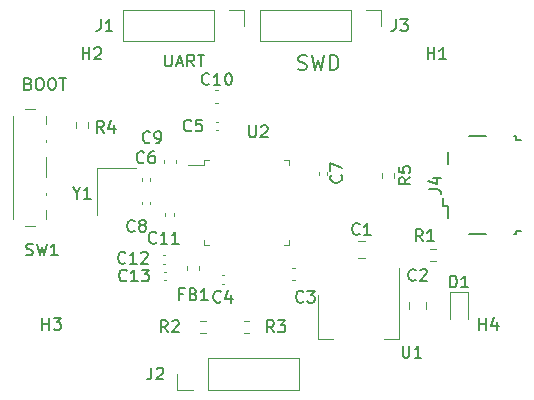
<source format=gbr>
%TF.GenerationSoftware,KiCad,Pcbnew,(6.0.1)*%
%TF.CreationDate,2022-08-30T01:47:07+05:30*%
%TF.ProjectId,STM32,53544d33-322e-46b6-9963-61645f706362,rev?*%
%TF.SameCoordinates,Original*%
%TF.FileFunction,Legend,Top*%
%TF.FilePolarity,Positive*%
%FSLAX46Y46*%
G04 Gerber Fmt 4.6, Leading zero omitted, Abs format (unit mm)*
G04 Created by KiCad (PCBNEW (6.0.1)) date 2022-08-30 01:47:07*
%MOMM*%
%LPD*%
G01*
G04 APERTURE LIST*
%ADD10C,0.150000*%
%ADD11C,0.200000*%
%ADD12C,0.120000*%
G04 APERTURE END LIST*
D10*
X150042857Y-95928571D02*
X150185714Y-95976190D01*
X150233333Y-96023809D01*
X150280952Y-96119047D01*
X150280952Y-96261904D01*
X150233333Y-96357142D01*
X150185714Y-96404761D01*
X150090476Y-96452380D01*
X149709523Y-96452380D01*
X149709523Y-95452380D01*
X150042857Y-95452380D01*
X150138095Y-95500000D01*
X150185714Y-95547619D01*
X150233333Y-95642857D01*
X150233333Y-95738095D01*
X150185714Y-95833333D01*
X150138095Y-95880952D01*
X150042857Y-95928571D01*
X149709523Y-95928571D01*
X150900000Y-95452380D02*
X151090476Y-95452380D01*
X151185714Y-95500000D01*
X151280952Y-95595238D01*
X151328571Y-95785714D01*
X151328571Y-96119047D01*
X151280952Y-96309523D01*
X151185714Y-96404761D01*
X151090476Y-96452380D01*
X150900000Y-96452380D01*
X150804761Y-96404761D01*
X150709523Y-96309523D01*
X150661904Y-96119047D01*
X150661904Y-95785714D01*
X150709523Y-95595238D01*
X150804761Y-95500000D01*
X150900000Y-95452380D01*
X151947619Y-95452380D02*
X152138095Y-95452380D01*
X152233333Y-95500000D01*
X152328571Y-95595238D01*
X152376190Y-95785714D01*
X152376190Y-96119047D01*
X152328571Y-96309523D01*
X152233333Y-96404761D01*
X152138095Y-96452380D01*
X151947619Y-96452380D01*
X151852380Y-96404761D01*
X151757142Y-96309523D01*
X151709523Y-96119047D01*
X151709523Y-95785714D01*
X151757142Y-95595238D01*
X151852380Y-95500000D01*
X151947619Y-95452380D01*
X152661904Y-95452380D02*
X153233333Y-95452380D01*
X152947619Y-96452380D02*
X152947619Y-95452380D01*
X161604761Y-93452380D02*
X161604761Y-94261904D01*
X161652380Y-94357142D01*
X161700000Y-94404761D01*
X161795238Y-94452380D01*
X161985714Y-94452380D01*
X162080952Y-94404761D01*
X162128571Y-94357142D01*
X162176190Y-94261904D01*
X162176190Y-93452380D01*
X162604761Y-94166666D02*
X163080952Y-94166666D01*
X162509523Y-94452380D02*
X162842857Y-93452380D01*
X163176190Y-94452380D01*
X164080952Y-94452380D02*
X163747619Y-93976190D01*
X163509523Y-94452380D02*
X163509523Y-93452380D01*
X163890476Y-93452380D01*
X163985714Y-93500000D01*
X164033333Y-93547619D01*
X164080952Y-93642857D01*
X164080952Y-93785714D01*
X164033333Y-93880952D01*
X163985714Y-93928571D01*
X163890476Y-93976190D01*
X163509523Y-93976190D01*
X164366666Y-93452380D02*
X164938095Y-93452380D01*
X164652380Y-94452380D02*
X164652380Y-93452380D01*
D11*
X172903571Y-94705952D02*
X173082142Y-94765476D01*
X173379761Y-94765476D01*
X173498809Y-94705952D01*
X173558333Y-94646428D01*
X173617857Y-94527380D01*
X173617857Y-94408333D01*
X173558333Y-94289285D01*
X173498809Y-94229761D01*
X173379761Y-94170238D01*
X173141666Y-94110714D01*
X173022619Y-94051190D01*
X172963095Y-93991666D01*
X172903571Y-93872619D01*
X172903571Y-93753571D01*
X172963095Y-93634523D01*
X173022619Y-93575000D01*
X173141666Y-93515476D01*
X173439285Y-93515476D01*
X173617857Y-93575000D01*
X174034523Y-93515476D02*
X174332142Y-94765476D01*
X174570238Y-93872619D01*
X174808333Y-94765476D01*
X175105952Y-93515476D01*
X175582142Y-94765476D02*
X175582142Y-93515476D01*
X175879761Y-93515476D01*
X176058333Y-93575000D01*
X176177380Y-93694047D01*
X176236904Y-93813095D01*
X176296428Y-94051190D01*
X176296428Y-94229761D01*
X176236904Y-94467857D01*
X176177380Y-94586904D01*
X176058333Y-94705952D01*
X175879761Y-94765476D01*
X175582142Y-94765476D01*
D10*
%TO.C,U1*%
X181738095Y-118102380D02*
X181738095Y-118911904D01*
X181785714Y-119007142D01*
X181833333Y-119054761D01*
X181928571Y-119102380D01*
X182119047Y-119102380D01*
X182214285Y-119054761D01*
X182261904Y-119007142D01*
X182309523Y-118911904D01*
X182309523Y-118102380D01*
X183309523Y-119102380D02*
X182738095Y-119102380D01*
X183023809Y-119102380D02*
X183023809Y-118102380D01*
X182928571Y-118245238D01*
X182833333Y-118340476D01*
X182738095Y-118388095D01*
%TO.C,SW1*%
X149866666Y-110404761D02*
X150009523Y-110452380D01*
X150247619Y-110452380D01*
X150342857Y-110404761D01*
X150390476Y-110357142D01*
X150438095Y-110261904D01*
X150438095Y-110166666D01*
X150390476Y-110071428D01*
X150342857Y-110023809D01*
X150247619Y-109976190D01*
X150057142Y-109928571D01*
X149961904Y-109880952D01*
X149914285Y-109833333D01*
X149866666Y-109738095D01*
X149866666Y-109642857D01*
X149914285Y-109547619D01*
X149961904Y-109500000D01*
X150057142Y-109452380D01*
X150295238Y-109452380D01*
X150438095Y-109500000D01*
X150771428Y-109452380D02*
X151009523Y-110452380D01*
X151200000Y-109738095D01*
X151390476Y-110452380D01*
X151628571Y-109452380D01*
X152533333Y-110452380D02*
X151961904Y-110452380D01*
X152247619Y-110452380D02*
X152247619Y-109452380D01*
X152152380Y-109595238D01*
X152057142Y-109690476D01*
X151961904Y-109738095D01*
%TO.C,H4*%
X188238095Y-116752380D02*
X188238095Y-115752380D01*
X188238095Y-116228571D02*
X188809523Y-116228571D01*
X188809523Y-116752380D02*
X188809523Y-115752380D01*
X189714285Y-116085714D02*
X189714285Y-116752380D01*
X189476190Y-115704761D02*
X189238095Y-116419047D01*
X189857142Y-116419047D01*
%TO.C,H3*%
X151238095Y-116752380D02*
X151238095Y-115752380D01*
X151238095Y-116228571D02*
X151809523Y-116228571D01*
X151809523Y-116752380D02*
X151809523Y-115752380D01*
X152190476Y-115752380D02*
X152809523Y-115752380D01*
X152476190Y-116133333D01*
X152619047Y-116133333D01*
X152714285Y-116180952D01*
X152761904Y-116228571D01*
X152809523Y-116323809D01*
X152809523Y-116561904D01*
X152761904Y-116657142D01*
X152714285Y-116704761D01*
X152619047Y-116752380D01*
X152333333Y-116752380D01*
X152238095Y-116704761D01*
X152190476Y-116657142D01*
%TO.C,H2*%
X154638095Y-93852380D02*
X154638095Y-92852380D01*
X154638095Y-93328571D02*
X155209523Y-93328571D01*
X155209523Y-93852380D02*
X155209523Y-92852380D01*
X155638095Y-92947619D02*
X155685714Y-92900000D01*
X155780952Y-92852380D01*
X156019047Y-92852380D01*
X156114285Y-92900000D01*
X156161904Y-92947619D01*
X156209523Y-93042857D01*
X156209523Y-93138095D01*
X156161904Y-93280952D01*
X155590476Y-93852380D01*
X156209523Y-93852380D01*
%TO.C,H1*%
X183838095Y-93852380D02*
X183838095Y-92852380D01*
X183838095Y-93328571D02*
X184409523Y-93328571D01*
X184409523Y-93852380D02*
X184409523Y-92852380D01*
X185409523Y-93852380D02*
X184838095Y-93852380D01*
X185123809Y-93852380D02*
X185123809Y-92852380D01*
X185028571Y-92995238D01*
X184933333Y-93090476D01*
X184838095Y-93138095D01*
%TO.C,Y1*%
X154123809Y-105176190D02*
X154123809Y-105652380D01*
X153790476Y-104652380D02*
X154123809Y-105176190D01*
X154457142Y-104652380D01*
X155314285Y-105652380D02*
X154742857Y-105652380D01*
X155028571Y-105652380D02*
X155028571Y-104652380D01*
X154933333Y-104795238D01*
X154838095Y-104890476D01*
X154742857Y-104938095D01*
%TO.C,U2*%
X168738095Y-99452380D02*
X168738095Y-100261904D01*
X168785714Y-100357142D01*
X168833333Y-100404761D01*
X168928571Y-100452380D01*
X169119047Y-100452380D01*
X169214285Y-100404761D01*
X169261904Y-100357142D01*
X169309523Y-100261904D01*
X169309523Y-99452380D01*
X169738095Y-99547619D02*
X169785714Y-99500000D01*
X169880952Y-99452380D01*
X170119047Y-99452380D01*
X170214285Y-99500000D01*
X170261904Y-99547619D01*
X170309523Y-99642857D01*
X170309523Y-99738095D01*
X170261904Y-99880952D01*
X169690476Y-100452380D01*
X170309523Y-100452380D01*
%TO.C,R5*%
X182382380Y-103841666D02*
X181906190Y-104175000D01*
X182382380Y-104413095D02*
X181382380Y-104413095D01*
X181382380Y-104032142D01*
X181430000Y-103936904D01*
X181477619Y-103889285D01*
X181572857Y-103841666D01*
X181715714Y-103841666D01*
X181810952Y-103889285D01*
X181858571Y-103936904D01*
X181906190Y-104032142D01*
X181906190Y-104413095D01*
X181382380Y-102936904D02*
X181382380Y-103413095D01*
X181858571Y-103460714D01*
X181810952Y-103413095D01*
X181763333Y-103317857D01*
X181763333Y-103079761D01*
X181810952Y-102984523D01*
X181858571Y-102936904D01*
X181953809Y-102889285D01*
X182191904Y-102889285D01*
X182287142Y-102936904D01*
X182334761Y-102984523D01*
X182382380Y-103079761D01*
X182382380Y-103317857D01*
X182334761Y-103413095D01*
X182287142Y-103460714D01*
%TO.C,R4*%
X156433333Y-100052380D02*
X156100000Y-99576190D01*
X155861904Y-100052380D02*
X155861904Y-99052380D01*
X156242857Y-99052380D01*
X156338095Y-99100000D01*
X156385714Y-99147619D01*
X156433333Y-99242857D01*
X156433333Y-99385714D01*
X156385714Y-99480952D01*
X156338095Y-99528571D01*
X156242857Y-99576190D01*
X155861904Y-99576190D01*
X157290476Y-99385714D02*
X157290476Y-100052380D01*
X157052380Y-99004761D02*
X156814285Y-99719047D01*
X157433333Y-99719047D01*
%TO.C,R3*%
X170833333Y-116952380D02*
X170500000Y-116476190D01*
X170261904Y-116952380D02*
X170261904Y-115952380D01*
X170642857Y-115952380D01*
X170738095Y-116000000D01*
X170785714Y-116047619D01*
X170833333Y-116142857D01*
X170833333Y-116285714D01*
X170785714Y-116380952D01*
X170738095Y-116428571D01*
X170642857Y-116476190D01*
X170261904Y-116476190D01*
X171166666Y-115952380D02*
X171785714Y-115952380D01*
X171452380Y-116333333D01*
X171595238Y-116333333D01*
X171690476Y-116380952D01*
X171738095Y-116428571D01*
X171785714Y-116523809D01*
X171785714Y-116761904D01*
X171738095Y-116857142D01*
X171690476Y-116904761D01*
X171595238Y-116952380D01*
X171309523Y-116952380D01*
X171214285Y-116904761D01*
X171166666Y-116857142D01*
%TO.C,R2*%
X161833333Y-116952380D02*
X161500000Y-116476190D01*
X161261904Y-116952380D02*
X161261904Y-115952380D01*
X161642857Y-115952380D01*
X161738095Y-116000000D01*
X161785714Y-116047619D01*
X161833333Y-116142857D01*
X161833333Y-116285714D01*
X161785714Y-116380952D01*
X161738095Y-116428571D01*
X161642857Y-116476190D01*
X161261904Y-116476190D01*
X162214285Y-116047619D02*
X162261904Y-116000000D01*
X162357142Y-115952380D01*
X162595238Y-115952380D01*
X162690476Y-116000000D01*
X162738095Y-116047619D01*
X162785714Y-116142857D01*
X162785714Y-116238095D01*
X162738095Y-116380952D01*
X162166666Y-116952380D01*
X162785714Y-116952380D01*
%TO.C,R1*%
X183433333Y-109252380D02*
X183100000Y-108776190D01*
X182861904Y-109252380D02*
X182861904Y-108252380D01*
X183242857Y-108252380D01*
X183338095Y-108300000D01*
X183385714Y-108347619D01*
X183433333Y-108442857D01*
X183433333Y-108585714D01*
X183385714Y-108680952D01*
X183338095Y-108728571D01*
X183242857Y-108776190D01*
X182861904Y-108776190D01*
X184385714Y-109252380D02*
X183814285Y-109252380D01*
X184100000Y-109252380D02*
X184100000Y-108252380D01*
X184004761Y-108395238D01*
X183909523Y-108490476D01*
X183814285Y-108538095D01*
%TO.C,J4*%
X183952380Y-104838333D02*
X184666666Y-104838333D01*
X184809523Y-104885952D01*
X184904761Y-104981190D01*
X184952380Y-105124047D01*
X184952380Y-105219285D01*
X184285714Y-103933571D02*
X184952380Y-103933571D01*
X183904761Y-104171666D02*
X184619047Y-104409761D01*
X184619047Y-103790714D01*
%TO.C,J3*%
X181166666Y-90452380D02*
X181166666Y-91166666D01*
X181119047Y-91309523D01*
X181023809Y-91404761D01*
X180880952Y-91452380D01*
X180785714Y-91452380D01*
X181547619Y-90452380D02*
X182166666Y-90452380D01*
X181833333Y-90833333D01*
X181976190Y-90833333D01*
X182071428Y-90880952D01*
X182119047Y-90928571D01*
X182166666Y-91023809D01*
X182166666Y-91261904D01*
X182119047Y-91357142D01*
X182071428Y-91404761D01*
X181976190Y-91452380D01*
X181690476Y-91452380D01*
X181595238Y-91404761D01*
X181547619Y-91357142D01*
%TO.C,J2*%
X160466666Y-119952380D02*
X160466666Y-120666666D01*
X160419047Y-120809523D01*
X160323809Y-120904761D01*
X160180952Y-120952380D01*
X160085714Y-120952380D01*
X160895238Y-120047619D02*
X160942857Y-120000000D01*
X161038095Y-119952380D01*
X161276190Y-119952380D01*
X161371428Y-120000000D01*
X161419047Y-120047619D01*
X161466666Y-120142857D01*
X161466666Y-120238095D01*
X161419047Y-120380952D01*
X160847619Y-120952380D01*
X161466666Y-120952380D01*
%TO.C,J1*%
X156166666Y-90452380D02*
X156166666Y-91166666D01*
X156119047Y-91309523D01*
X156023809Y-91404761D01*
X155880952Y-91452380D01*
X155785714Y-91452380D01*
X157166666Y-91452380D02*
X156595238Y-91452380D01*
X156880952Y-91452380D02*
X156880952Y-90452380D01*
X156785714Y-90595238D01*
X156690476Y-90690476D01*
X156595238Y-90738095D01*
%TO.C,FB1*%
X163166666Y-113728571D02*
X162833333Y-113728571D01*
X162833333Y-114252380D02*
X162833333Y-113252380D01*
X163309523Y-113252380D01*
X164023809Y-113728571D02*
X164166666Y-113776190D01*
X164214285Y-113823809D01*
X164261904Y-113919047D01*
X164261904Y-114061904D01*
X164214285Y-114157142D01*
X164166666Y-114204761D01*
X164071428Y-114252380D01*
X163690476Y-114252380D01*
X163690476Y-113252380D01*
X164023809Y-113252380D01*
X164119047Y-113300000D01*
X164166666Y-113347619D01*
X164214285Y-113442857D01*
X164214285Y-113538095D01*
X164166666Y-113633333D01*
X164119047Y-113680952D01*
X164023809Y-113728571D01*
X163690476Y-113728571D01*
X165214285Y-114252380D02*
X164642857Y-114252380D01*
X164928571Y-114252380D02*
X164928571Y-113252380D01*
X164833333Y-113395238D01*
X164738095Y-113490476D01*
X164642857Y-113538095D01*
%TO.C,D1*%
X185761904Y-113164880D02*
X185761904Y-112164880D01*
X186000000Y-112164880D01*
X186142857Y-112212500D01*
X186238095Y-112307738D01*
X186285714Y-112402976D01*
X186333333Y-112593452D01*
X186333333Y-112736309D01*
X186285714Y-112926785D01*
X186238095Y-113022023D01*
X186142857Y-113117261D01*
X186000000Y-113164880D01*
X185761904Y-113164880D01*
X187285714Y-113164880D02*
X186714285Y-113164880D01*
X187000000Y-113164880D02*
X187000000Y-112164880D01*
X186904761Y-112307738D01*
X186809523Y-112402976D01*
X186714285Y-112450595D01*
%TO.C,C13*%
X158357142Y-112557142D02*
X158309523Y-112604761D01*
X158166666Y-112652380D01*
X158071428Y-112652380D01*
X157928571Y-112604761D01*
X157833333Y-112509523D01*
X157785714Y-112414285D01*
X157738095Y-112223809D01*
X157738095Y-112080952D01*
X157785714Y-111890476D01*
X157833333Y-111795238D01*
X157928571Y-111700000D01*
X158071428Y-111652380D01*
X158166666Y-111652380D01*
X158309523Y-111700000D01*
X158357142Y-111747619D01*
X159309523Y-112652380D02*
X158738095Y-112652380D01*
X159023809Y-112652380D02*
X159023809Y-111652380D01*
X158928571Y-111795238D01*
X158833333Y-111890476D01*
X158738095Y-111938095D01*
X159642857Y-111652380D02*
X160261904Y-111652380D01*
X159928571Y-112033333D01*
X160071428Y-112033333D01*
X160166666Y-112080952D01*
X160214285Y-112128571D01*
X160261904Y-112223809D01*
X160261904Y-112461904D01*
X160214285Y-112557142D01*
X160166666Y-112604761D01*
X160071428Y-112652380D01*
X159785714Y-112652380D01*
X159690476Y-112604761D01*
X159642857Y-112557142D01*
%TO.C,C12*%
X158257142Y-111057142D02*
X158209523Y-111104761D01*
X158066666Y-111152380D01*
X157971428Y-111152380D01*
X157828571Y-111104761D01*
X157733333Y-111009523D01*
X157685714Y-110914285D01*
X157638095Y-110723809D01*
X157638095Y-110580952D01*
X157685714Y-110390476D01*
X157733333Y-110295238D01*
X157828571Y-110200000D01*
X157971428Y-110152380D01*
X158066666Y-110152380D01*
X158209523Y-110200000D01*
X158257142Y-110247619D01*
X159209523Y-111152380D02*
X158638095Y-111152380D01*
X158923809Y-111152380D02*
X158923809Y-110152380D01*
X158828571Y-110295238D01*
X158733333Y-110390476D01*
X158638095Y-110438095D01*
X159590476Y-110247619D02*
X159638095Y-110200000D01*
X159733333Y-110152380D01*
X159971428Y-110152380D01*
X160066666Y-110200000D01*
X160114285Y-110247619D01*
X160161904Y-110342857D01*
X160161904Y-110438095D01*
X160114285Y-110580952D01*
X159542857Y-111152380D01*
X160161904Y-111152380D01*
%TO.C,C11*%
X160857142Y-109357142D02*
X160809523Y-109404761D01*
X160666666Y-109452380D01*
X160571428Y-109452380D01*
X160428571Y-109404761D01*
X160333333Y-109309523D01*
X160285714Y-109214285D01*
X160238095Y-109023809D01*
X160238095Y-108880952D01*
X160285714Y-108690476D01*
X160333333Y-108595238D01*
X160428571Y-108500000D01*
X160571428Y-108452380D01*
X160666666Y-108452380D01*
X160809523Y-108500000D01*
X160857142Y-108547619D01*
X161809523Y-109452380D02*
X161238095Y-109452380D01*
X161523809Y-109452380D02*
X161523809Y-108452380D01*
X161428571Y-108595238D01*
X161333333Y-108690476D01*
X161238095Y-108738095D01*
X162761904Y-109452380D02*
X162190476Y-109452380D01*
X162476190Y-109452380D02*
X162476190Y-108452380D01*
X162380952Y-108595238D01*
X162285714Y-108690476D01*
X162190476Y-108738095D01*
%TO.C,C10*%
X165357142Y-95927142D02*
X165309523Y-95974761D01*
X165166666Y-96022380D01*
X165071428Y-96022380D01*
X164928571Y-95974761D01*
X164833333Y-95879523D01*
X164785714Y-95784285D01*
X164738095Y-95593809D01*
X164738095Y-95450952D01*
X164785714Y-95260476D01*
X164833333Y-95165238D01*
X164928571Y-95070000D01*
X165071428Y-95022380D01*
X165166666Y-95022380D01*
X165309523Y-95070000D01*
X165357142Y-95117619D01*
X166309523Y-96022380D02*
X165738095Y-96022380D01*
X166023809Y-96022380D02*
X166023809Y-95022380D01*
X165928571Y-95165238D01*
X165833333Y-95260476D01*
X165738095Y-95308095D01*
X166928571Y-95022380D02*
X167023809Y-95022380D01*
X167119047Y-95070000D01*
X167166666Y-95117619D01*
X167214285Y-95212857D01*
X167261904Y-95403333D01*
X167261904Y-95641428D01*
X167214285Y-95831904D01*
X167166666Y-95927142D01*
X167119047Y-95974761D01*
X167023809Y-96022380D01*
X166928571Y-96022380D01*
X166833333Y-95974761D01*
X166785714Y-95927142D01*
X166738095Y-95831904D01*
X166690476Y-95641428D01*
X166690476Y-95403333D01*
X166738095Y-95212857D01*
X166785714Y-95117619D01*
X166833333Y-95070000D01*
X166928571Y-95022380D01*
%TO.C,C9*%
X160333333Y-100857142D02*
X160285714Y-100904761D01*
X160142857Y-100952380D01*
X160047619Y-100952380D01*
X159904761Y-100904761D01*
X159809523Y-100809523D01*
X159761904Y-100714285D01*
X159714285Y-100523809D01*
X159714285Y-100380952D01*
X159761904Y-100190476D01*
X159809523Y-100095238D01*
X159904761Y-100000000D01*
X160047619Y-99952380D01*
X160142857Y-99952380D01*
X160285714Y-100000000D01*
X160333333Y-100047619D01*
X160809523Y-100952380D02*
X161000000Y-100952380D01*
X161095238Y-100904761D01*
X161142857Y-100857142D01*
X161238095Y-100714285D01*
X161285714Y-100523809D01*
X161285714Y-100142857D01*
X161238095Y-100047619D01*
X161190476Y-100000000D01*
X161095238Y-99952380D01*
X160904761Y-99952380D01*
X160809523Y-100000000D01*
X160761904Y-100047619D01*
X160714285Y-100142857D01*
X160714285Y-100380952D01*
X160761904Y-100476190D01*
X160809523Y-100523809D01*
X160904761Y-100571428D01*
X161095238Y-100571428D01*
X161190476Y-100523809D01*
X161238095Y-100476190D01*
X161285714Y-100380952D01*
%TO.C,C8*%
X159033333Y-108357142D02*
X158985714Y-108404761D01*
X158842857Y-108452380D01*
X158747619Y-108452380D01*
X158604761Y-108404761D01*
X158509523Y-108309523D01*
X158461904Y-108214285D01*
X158414285Y-108023809D01*
X158414285Y-107880952D01*
X158461904Y-107690476D01*
X158509523Y-107595238D01*
X158604761Y-107500000D01*
X158747619Y-107452380D01*
X158842857Y-107452380D01*
X158985714Y-107500000D01*
X159033333Y-107547619D01*
X159604761Y-107880952D02*
X159509523Y-107833333D01*
X159461904Y-107785714D01*
X159414285Y-107690476D01*
X159414285Y-107642857D01*
X159461904Y-107547619D01*
X159509523Y-107500000D01*
X159604761Y-107452380D01*
X159795238Y-107452380D01*
X159890476Y-107500000D01*
X159938095Y-107547619D01*
X159985714Y-107642857D01*
X159985714Y-107690476D01*
X159938095Y-107785714D01*
X159890476Y-107833333D01*
X159795238Y-107880952D01*
X159604761Y-107880952D01*
X159509523Y-107928571D01*
X159461904Y-107976190D01*
X159414285Y-108071428D01*
X159414285Y-108261904D01*
X159461904Y-108357142D01*
X159509523Y-108404761D01*
X159604761Y-108452380D01*
X159795238Y-108452380D01*
X159890476Y-108404761D01*
X159938095Y-108357142D01*
X159985714Y-108261904D01*
X159985714Y-108071428D01*
X159938095Y-107976190D01*
X159890476Y-107928571D01*
X159795238Y-107880952D01*
%TO.C,C7*%
X176517142Y-103666666D02*
X176564761Y-103714285D01*
X176612380Y-103857142D01*
X176612380Y-103952380D01*
X176564761Y-104095238D01*
X176469523Y-104190476D01*
X176374285Y-104238095D01*
X176183809Y-104285714D01*
X176040952Y-104285714D01*
X175850476Y-104238095D01*
X175755238Y-104190476D01*
X175660000Y-104095238D01*
X175612380Y-103952380D01*
X175612380Y-103857142D01*
X175660000Y-103714285D01*
X175707619Y-103666666D01*
X175612380Y-103333333D02*
X175612380Y-102666666D01*
X176612380Y-103095238D01*
%TO.C,C6*%
X159833333Y-102557142D02*
X159785714Y-102604761D01*
X159642857Y-102652380D01*
X159547619Y-102652380D01*
X159404761Y-102604761D01*
X159309523Y-102509523D01*
X159261904Y-102414285D01*
X159214285Y-102223809D01*
X159214285Y-102080952D01*
X159261904Y-101890476D01*
X159309523Y-101795238D01*
X159404761Y-101700000D01*
X159547619Y-101652380D01*
X159642857Y-101652380D01*
X159785714Y-101700000D01*
X159833333Y-101747619D01*
X160690476Y-101652380D02*
X160500000Y-101652380D01*
X160404761Y-101700000D01*
X160357142Y-101747619D01*
X160261904Y-101890476D01*
X160214285Y-102080952D01*
X160214285Y-102461904D01*
X160261904Y-102557142D01*
X160309523Y-102604761D01*
X160404761Y-102652380D01*
X160595238Y-102652380D01*
X160690476Y-102604761D01*
X160738095Y-102557142D01*
X160785714Y-102461904D01*
X160785714Y-102223809D01*
X160738095Y-102128571D01*
X160690476Y-102080952D01*
X160595238Y-102033333D01*
X160404761Y-102033333D01*
X160309523Y-102080952D01*
X160261904Y-102128571D01*
X160214285Y-102223809D01*
%TO.C,C5*%
X163833333Y-99857142D02*
X163785714Y-99904761D01*
X163642857Y-99952380D01*
X163547619Y-99952380D01*
X163404761Y-99904761D01*
X163309523Y-99809523D01*
X163261904Y-99714285D01*
X163214285Y-99523809D01*
X163214285Y-99380952D01*
X163261904Y-99190476D01*
X163309523Y-99095238D01*
X163404761Y-99000000D01*
X163547619Y-98952380D01*
X163642857Y-98952380D01*
X163785714Y-99000000D01*
X163833333Y-99047619D01*
X164738095Y-98952380D02*
X164261904Y-98952380D01*
X164214285Y-99428571D01*
X164261904Y-99380952D01*
X164357142Y-99333333D01*
X164595238Y-99333333D01*
X164690476Y-99380952D01*
X164738095Y-99428571D01*
X164785714Y-99523809D01*
X164785714Y-99761904D01*
X164738095Y-99857142D01*
X164690476Y-99904761D01*
X164595238Y-99952380D01*
X164357142Y-99952380D01*
X164261904Y-99904761D01*
X164214285Y-99857142D01*
%TO.C,C4*%
X166333333Y-114357142D02*
X166285714Y-114404761D01*
X166142857Y-114452380D01*
X166047619Y-114452380D01*
X165904761Y-114404761D01*
X165809523Y-114309523D01*
X165761904Y-114214285D01*
X165714285Y-114023809D01*
X165714285Y-113880952D01*
X165761904Y-113690476D01*
X165809523Y-113595238D01*
X165904761Y-113500000D01*
X166047619Y-113452380D01*
X166142857Y-113452380D01*
X166285714Y-113500000D01*
X166333333Y-113547619D01*
X167190476Y-113785714D02*
X167190476Y-114452380D01*
X166952380Y-113404761D02*
X166714285Y-114119047D01*
X167333333Y-114119047D01*
%TO.C,C3*%
X173333333Y-114357142D02*
X173285714Y-114404761D01*
X173142857Y-114452380D01*
X173047619Y-114452380D01*
X172904761Y-114404761D01*
X172809523Y-114309523D01*
X172761904Y-114214285D01*
X172714285Y-114023809D01*
X172714285Y-113880952D01*
X172761904Y-113690476D01*
X172809523Y-113595238D01*
X172904761Y-113500000D01*
X173047619Y-113452380D01*
X173142857Y-113452380D01*
X173285714Y-113500000D01*
X173333333Y-113547619D01*
X173666666Y-113452380D02*
X174285714Y-113452380D01*
X173952380Y-113833333D01*
X174095238Y-113833333D01*
X174190476Y-113880952D01*
X174238095Y-113928571D01*
X174285714Y-114023809D01*
X174285714Y-114261904D01*
X174238095Y-114357142D01*
X174190476Y-114404761D01*
X174095238Y-114452380D01*
X173809523Y-114452380D01*
X173714285Y-114404761D01*
X173666666Y-114357142D01*
%TO.C,C2*%
X182833333Y-112507142D02*
X182785714Y-112554761D01*
X182642857Y-112602380D01*
X182547619Y-112602380D01*
X182404761Y-112554761D01*
X182309523Y-112459523D01*
X182261904Y-112364285D01*
X182214285Y-112173809D01*
X182214285Y-112030952D01*
X182261904Y-111840476D01*
X182309523Y-111745238D01*
X182404761Y-111650000D01*
X182547619Y-111602380D01*
X182642857Y-111602380D01*
X182785714Y-111650000D01*
X182833333Y-111697619D01*
X183214285Y-111697619D02*
X183261904Y-111650000D01*
X183357142Y-111602380D01*
X183595238Y-111602380D01*
X183690476Y-111650000D01*
X183738095Y-111697619D01*
X183785714Y-111792857D01*
X183785714Y-111888095D01*
X183738095Y-112030952D01*
X183166666Y-112602380D01*
X183785714Y-112602380D01*
%TO.C,C1*%
X178083333Y-108627142D02*
X178035714Y-108674761D01*
X177892857Y-108722380D01*
X177797619Y-108722380D01*
X177654761Y-108674761D01*
X177559523Y-108579523D01*
X177511904Y-108484285D01*
X177464285Y-108293809D01*
X177464285Y-108150952D01*
X177511904Y-107960476D01*
X177559523Y-107865238D01*
X177654761Y-107770000D01*
X177797619Y-107722380D01*
X177892857Y-107722380D01*
X178035714Y-107770000D01*
X178083333Y-107817619D01*
X179035714Y-108722380D02*
X178464285Y-108722380D01*
X178750000Y-108722380D02*
X178750000Y-107722380D01*
X178654761Y-107865238D01*
X178559523Y-107960476D01*
X178464285Y-108008095D01*
D12*
%TO.C,U1*%
X181410000Y-111550000D02*
X181410000Y-117560000D01*
X174590000Y-113800000D02*
X174590000Y-117560000D01*
X174590000Y-117560000D02*
X175850000Y-117560000D01*
X181410000Y-117560000D02*
X180150000Y-117560000D01*
%TO.C,SW1*%
X151570000Y-106650000D02*
X151570000Y-107350000D01*
X150570000Y-98050000D02*
X149780000Y-98050000D01*
X151570000Y-105150000D02*
X151570000Y-105350000D01*
X151570000Y-98650000D02*
X151570000Y-99350000D01*
X151570000Y-100650000D02*
X151570000Y-100850000D01*
X151570000Y-102150000D02*
X151570000Y-103850000D01*
X149780000Y-107950000D02*
X150570000Y-107950000D01*
X148780000Y-98650000D02*
X148780000Y-107350000D01*
%TO.C,Y1*%
X155850000Y-103020000D02*
X155850000Y-107020000D01*
X159150000Y-103020000D02*
X155850000Y-103020000D01*
%TO.C,U2*%
X172110000Y-102390000D02*
X172110000Y-102840000D01*
X164890000Y-102840000D02*
X163600000Y-102840000D01*
X165340000Y-109610000D02*
X164890000Y-109610000D01*
X165340000Y-102390000D02*
X164890000Y-102390000D01*
X172110000Y-109610000D02*
X172110000Y-109160000D01*
X171660000Y-109610000D02*
X172110000Y-109610000D01*
X164890000Y-102390000D02*
X164890000Y-102840000D01*
X164890000Y-109610000D02*
X164890000Y-109160000D01*
X171660000Y-102390000D02*
X172110000Y-102390000D01*
%TO.C,R5*%
X179977500Y-103437742D02*
X179977500Y-103912258D01*
X181022500Y-103437742D02*
X181022500Y-103912258D01*
%TO.C,R4*%
X155122500Y-99637258D02*
X155122500Y-99162742D01*
X154077500Y-99637258D02*
X154077500Y-99162742D01*
%TO.C,R3*%
X168262742Y-117022500D02*
X168737258Y-117022500D01*
X168262742Y-115977500D02*
X168737258Y-115977500D01*
%TO.C,R2*%
X164587742Y-117022500D02*
X165062258Y-117022500D01*
X164587742Y-115977500D02*
X165062258Y-115977500D01*
%TO.C,R1*%
X184062742Y-110922500D02*
X184537258Y-110922500D01*
X184062742Y-109877500D02*
X184537258Y-109877500D01*
D10*
%TO.C,J4*%
X185600000Y-106305000D02*
X185600000Y-107305000D01*
X191300000Y-108355000D02*
X191750000Y-108355000D01*
X191150000Y-108655000D02*
X191300000Y-108655000D01*
X185175000Y-106305000D02*
X185600000Y-106305000D01*
X188750000Y-100355000D02*
X187350000Y-100355000D01*
X191300000Y-108655000D02*
X191300000Y-108355000D01*
X185175000Y-105580000D02*
X185175000Y-106305000D01*
X187350000Y-108655000D02*
X188750000Y-108655000D01*
X191750000Y-100655000D02*
X191300000Y-100655000D01*
X191300000Y-100355000D02*
X191150000Y-100355000D01*
X191300000Y-100655000D02*
X191300000Y-100355000D01*
X185600000Y-102705000D02*
X185600000Y-101705000D01*
D12*
%TO.C,J3*%
X177330000Y-92330000D02*
X169650000Y-92330000D01*
X178600000Y-89670000D02*
X179930000Y-89670000D01*
X169650000Y-89670000D02*
X169650000Y-92330000D01*
X177330000Y-89670000D02*
X177330000Y-92330000D01*
X179930000Y-89670000D02*
X179930000Y-91000000D01*
X177330000Y-89670000D02*
X169650000Y-89670000D01*
%TO.C,J2*%
X165270000Y-119170000D02*
X172950000Y-119170000D01*
X164000000Y-121830000D02*
X162670000Y-121830000D01*
X172950000Y-121830000D02*
X172950000Y-119170000D01*
X165270000Y-121830000D02*
X165270000Y-119170000D01*
X162670000Y-121830000D02*
X162670000Y-120500000D01*
X165270000Y-121830000D02*
X172950000Y-121830000D01*
%TO.C,J1*%
X165730000Y-92330000D02*
X158050000Y-92330000D01*
X167000000Y-89670000D02*
X168330000Y-89670000D01*
X158050000Y-89670000D02*
X158050000Y-92330000D01*
X165730000Y-89670000D02*
X165730000Y-92330000D01*
X168330000Y-89670000D02*
X168330000Y-91000000D01*
X165730000Y-89670000D02*
X158050000Y-89670000D01*
%TO.C,FB1*%
X163490000Y-111337221D02*
X163490000Y-111662779D01*
X164510000Y-111337221D02*
X164510000Y-111662779D01*
%TO.C,D1*%
X185765000Y-113515000D02*
X185765000Y-115800000D01*
X187235000Y-113515000D02*
X185765000Y-113515000D01*
X187235000Y-115800000D02*
X187235000Y-113515000D01*
%TO.C,C13*%
X161707836Y-111840000D02*
X161492164Y-111840000D01*
X161707836Y-112560000D02*
X161492164Y-112560000D01*
%TO.C,C12*%
X161627836Y-110440000D02*
X161412164Y-110440000D01*
X161627836Y-111160000D02*
X161412164Y-111160000D01*
%TO.C,C11*%
X162360000Y-107107836D02*
X162360000Y-106892164D01*
X161640000Y-107107836D02*
X161640000Y-106892164D01*
%TO.C,C10*%
X165859420Y-97510000D02*
X166140580Y-97510000D01*
X165859420Y-96490000D02*
X166140580Y-96490000D01*
%TO.C,C9*%
X162510000Y-102640580D02*
X162510000Y-102359420D01*
X161490000Y-102640580D02*
X161490000Y-102359420D01*
%TO.C,C8*%
X159640000Y-106107836D02*
X159640000Y-105892164D01*
X160360000Y-106107836D02*
X160360000Y-105892164D01*
%TO.C,C7*%
X174640000Y-103392164D02*
X174640000Y-103607836D01*
X175360000Y-103392164D02*
X175360000Y-103607836D01*
%TO.C,C6*%
X159640000Y-104147836D02*
X159640000Y-103932164D01*
X160360000Y-104147836D02*
X160360000Y-103932164D01*
%TO.C,C5*%
X165912164Y-99860000D02*
X166127836Y-99860000D01*
X165912164Y-99140000D02*
X166127836Y-99140000D01*
%TO.C,C4*%
X166412164Y-112860000D02*
X166627836Y-112860000D01*
X166412164Y-112140000D02*
X166627836Y-112140000D01*
%TO.C,C3*%
X172640580Y-111490000D02*
X172359420Y-111490000D01*
X172640580Y-112510000D02*
X172359420Y-112510000D01*
%TO.C,C2*%
X183735000Y-114961252D02*
X183735000Y-114438748D01*
X182265000Y-114961252D02*
X182265000Y-114438748D01*
%TO.C,C1*%
X177988748Y-110685000D02*
X178511252Y-110685000D01*
X177988748Y-109215000D02*
X178511252Y-109215000D01*
%TD*%
M02*

</source>
